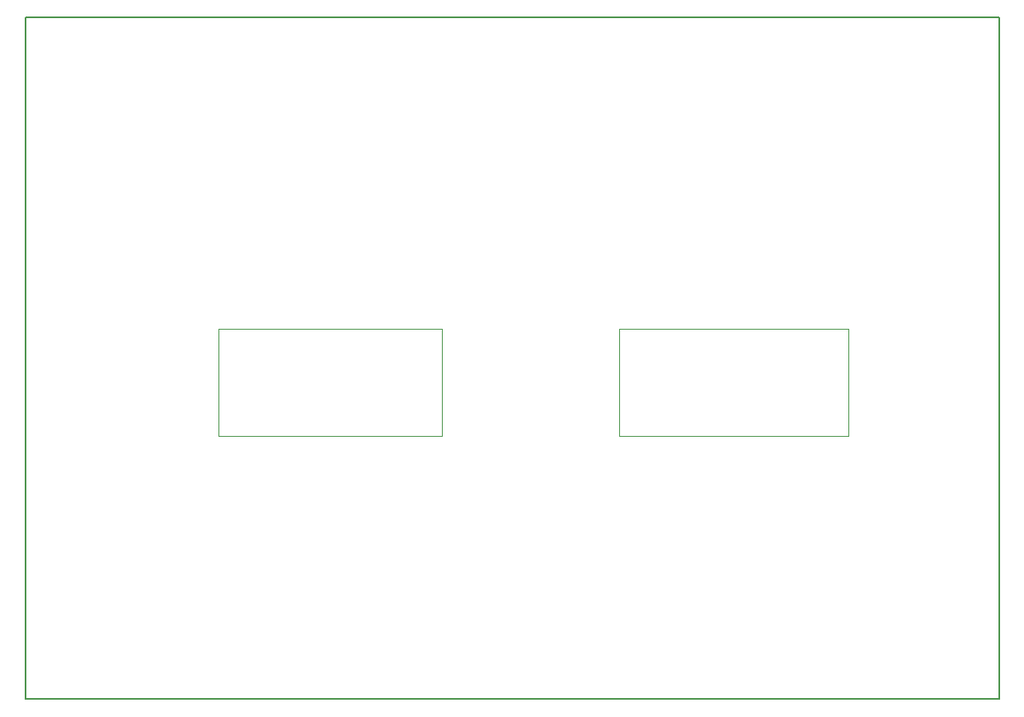
<source format=gbr>
%TF.GenerationSoftware,KiCad,Pcbnew,8.0.5*%
%TF.CreationDate,2024-12-04T18:09:43+09:00*%
%TF.ProjectId,GESC_Logic,47455343-5f4c-46f6-9769-632e6b696361,rev?*%
%TF.SameCoordinates,Original*%
%TF.FileFunction,Profile,NP*%
%FSLAX46Y46*%
G04 Gerber Fmt 4.6, Leading zero omitted, Abs format (unit mm)*
G04 Created by KiCad (PCBNEW 8.0.5) date 2024-12-04 18:09:43*
%MOMM*%
%LPD*%
G01*
G04 APERTURE LIST*
%TA.AperFunction,Profile*%
%ADD10C,0.050000*%
%TD*%
%TA.AperFunction,Profile*%
%ADD11C,0.200000*%
%TD*%
G04 APERTURE END LIST*
D10*
X161000000Y-117000000D02*
X184500000Y-117000000D01*
X184500000Y-128000000D01*
X161000000Y-128000000D01*
X161000000Y-117000000D01*
D11*
X100000000Y-85000000D02*
X200000000Y-85000000D01*
X200000000Y-155000000D01*
X100000000Y-155000000D01*
X100000000Y-85000000D01*
D10*
X119800000Y-117000000D02*
X142800000Y-117000000D01*
X142800000Y-128000000D01*
X119800000Y-128000000D01*
X119800000Y-117000000D01*
M02*

</source>
